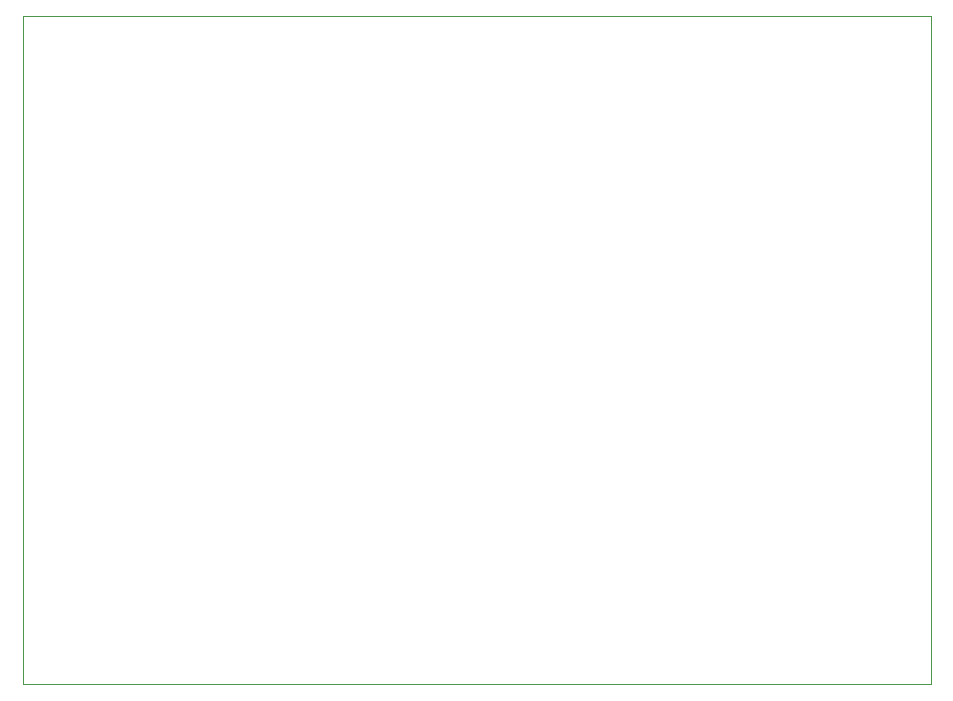
<source format=gbr>
G04 #@! TF.GenerationSoftware,KiCad,Pcbnew,(5.1.10-0-10_14)*
G04 #@! TF.CreationDate,2021-06-26T15:44:58+02:00*
G04 #@! TF.ProjectId,dac,6461632e-6b69-4636-9164-5f7063625858,rev?*
G04 #@! TF.SameCoordinates,Original*
G04 #@! TF.FileFunction,Profile,NP*
%FSLAX46Y46*%
G04 Gerber Fmt 4.6, Leading zero omitted, Abs format (unit mm)*
G04 Created by KiCad (PCBNEW (5.1.10-0-10_14)) date 2021-06-26 15:44:58*
%MOMM*%
%LPD*%
G01*
G04 APERTURE LIST*
G04 #@! TA.AperFunction,Profile*
%ADD10C,0.050000*%
G04 #@! TD*
G04 APERTURE END LIST*
D10*
X109220000Y-113665000D02*
X109220000Y-57150000D01*
X186055000Y-113665000D02*
X109220000Y-113665000D01*
X186055000Y-57150000D02*
X186055000Y-113665000D01*
X109220000Y-57150000D02*
X186055000Y-57150000D01*
M02*

</source>
